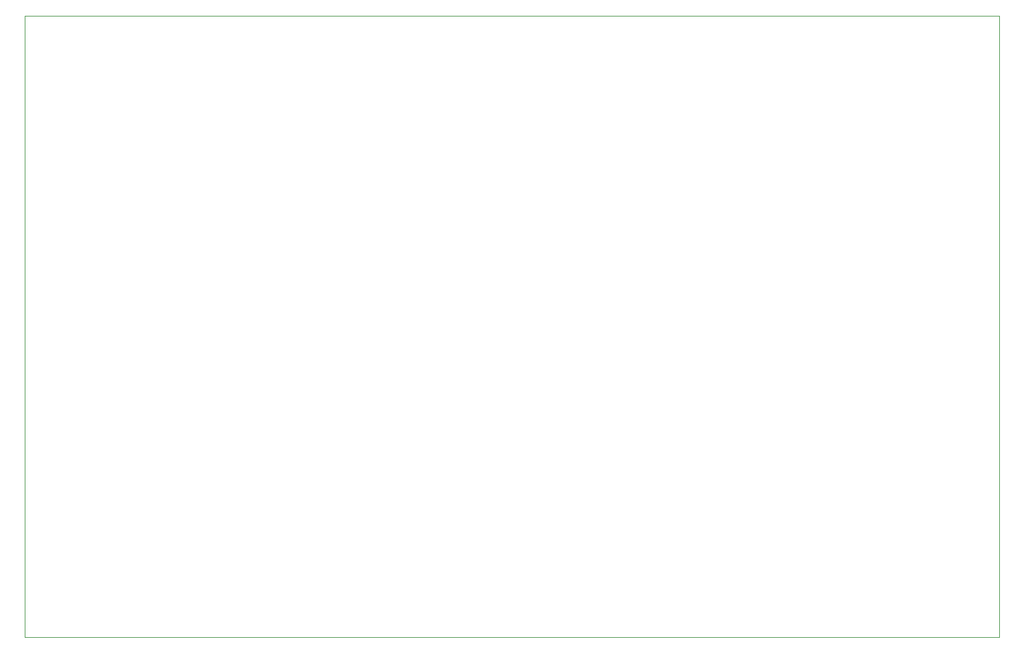
<source format=gbr>
%TF.GenerationSoftware,KiCad,Pcbnew,9.0.1*%
%TF.CreationDate,2025-06-22T18:16:10+09:00*%
%TF.ProjectId,SMU,534d552e-6b69-4636-9164-5f7063625858,rev?*%
%TF.SameCoordinates,Original*%
%TF.FileFunction,Profile,NP*%
%FSLAX46Y46*%
G04 Gerber Fmt 4.6, Leading zero omitted, Abs format (unit mm)*
G04 Created by KiCad (PCBNEW 9.0.1) date 2025-06-22 18:16:10*
%MOMM*%
%LPD*%
G01*
G04 APERTURE LIST*
%TA.AperFunction,Profile*%
%ADD10C,0.050000*%
%TD*%
G04 APERTURE END LIST*
D10*
X25250000Y-116000000D02*
X155250000Y-116000000D01*
X155250000Y-199000000D01*
X25250000Y-199000000D01*
X25250000Y-116000000D01*
M02*

</source>
